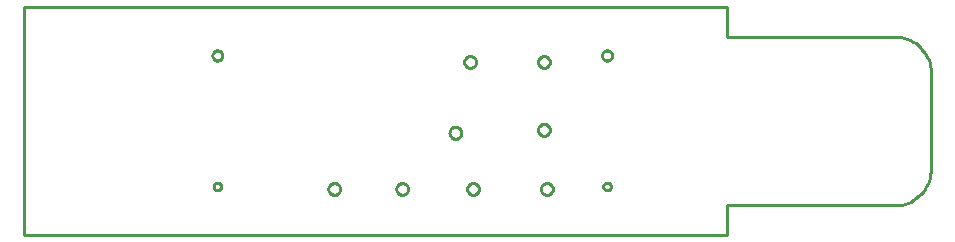
<source format=gbr>
G04 EAGLE Gerber RS-274X export*
G75*
%MOMM*%
%FSLAX34Y34*%
%LPD*%
%IN*%
%IPPOS*%
%AMOC8*
5,1,8,0,0,1.08239X$1,22.5*%
G01*
%ADD10C,0.254000*%


D10*
X-171250Y-96250D02*
X423750Y-96250D01*
X423750Y-71250D01*
X566250Y-71250D01*
X568917Y-71079D01*
X571558Y-70676D01*
X574155Y-70045D01*
X576687Y-69189D01*
X579134Y-68117D01*
X581479Y-66835D01*
X583703Y-65353D01*
X585789Y-63683D01*
X587722Y-61838D01*
X589487Y-59832D01*
X591070Y-57679D01*
X592460Y-55396D01*
X593645Y-53001D01*
X594617Y-50512D01*
X595368Y-47948D01*
X595893Y-45327D01*
X596188Y-42672D01*
X596250Y-40000D01*
X596250Y41250D01*
X596136Y43865D01*
X595794Y46459D01*
X595228Y49015D01*
X594441Y51511D01*
X593439Y53929D01*
X592231Y56250D01*
X590825Y58457D01*
X589231Y60534D01*
X587463Y62463D01*
X585534Y64231D01*
X583457Y65825D01*
X581250Y67231D01*
X578929Y68439D01*
X576511Y69441D01*
X574015Y70228D01*
X571459Y70794D01*
X568865Y71136D01*
X566250Y71250D01*
X423750Y71250D01*
X423750Y96250D01*
X-171250Y96250D01*
X-171250Y-96250D01*
X96250Y-57781D02*
X96187Y-58339D01*
X96062Y-58886D01*
X95877Y-59416D01*
X95633Y-59922D01*
X95334Y-60398D01*
X94984Y-60837D01*
X94587Y-61234D01*
X94148Y-61584D01*
X93672Y-61883D01*
X93166Y-62127D01*
X92636Y-62312D01*
X92089Y-62437D01*
X91531Y-62500D01*
X90969Y-62500D01*
X90411Y-62437D01*
X89864Y-62312D01*
X89334Y-62127D01*
X88828Y-61883D01*
X88352Y-61584D01*
X87913Y-61234D01*
X87516Y-60837D01*
X87166Y-60398D01*
X86867Y-59922D01*
X86623Y-59416D01*
X86438Y-58886D01*
X86313Y-58339D01*
X86250Y-57781D01*
X86250Y-57219D01*
X86313Y-56661D01*
X86438Y-56114D01*
X86623Y-55584D01*
X86867Y-55078D01*
X87166Y-54602D01*
X87516Y-54163D01*
X87913Y-53766D01*
X88352Y-53416D01*
X88828Y-53117D01*
X89334Y-52873D01*
X89864Y-52688D01*
X90411Y-52563D01*
X90969Y-52500D01*
X91531Y-52500D01*
X92089Y-52563D01*
X92636Y-52688D01*
X93166Y-52873D01*
X93672Y-53117D01*
X94148Y-53416D01*
X94587Y-53766D01*
X94984Y-54163D01*
X95334Y-54602D01*
X95633Y-55078D01*
X95877Y-55584D01*
X96062Y-56114D01*
X96187Y-56661D01*
X96250Y-57219D01*
X96250Y-57781D01*
X153750Y-57781D02*
X153687Y-58339D01*
X153562Y-58886D01*
X153377Y-59416D01*
X153133Y-59922D01*
X152834Y-60398D01*
X152484Y-60837D01*
X152087Y-61234D01*
X151648Y-61584D01*
X151172Y-61883D01*
X150666Y-62127D01*
X150136Y-62312D01*
X149589Y-62437D01*
X149031Y-62500D01*
X148469Y-62500D01*
X147911Y-62437D01*
X147364Y-62312D01*
X146834Y-62127D01*
X146328Y-61883D01*
X145852Y-61584D01*
X145413Y-61234D01*
X145016Y-60837D01*
X144666Y-60398D01*
X144367Y-59922D01*
X144123Y-59416D01*
X143938Y-58886D01*
X143813Y-58339D01*
X143750Y-57781D01*
X143750Y-57219D01*
X143813Y-56661D01*
X143938Y-56114D01*
X144123Y-55584D01*
X144367Y-55078D01*
X144666Y-54602D01*
X145016Y-54163D01*
X145413Y-53766D01*
X145852Y-53416D01*
X146328Y-53117D01*
X146834Y-52873D01*
X147364Y-52688D01*
X147911Y-52563D01*
X148469Y-52500D01*
X149031Y-52500D01*
X149589Y-52563D01*
X150136Y-52688D01*
X150666Y-52873D01*
X151172Y-53117D01*
X151648Y-53416D01*
X152087Y-53766D01*
X152484Y-54163D01*
X152834Y-54602D01*
X153133Y-55078D01*
X153377Y-55584D01*
X153562Y-56114D01*
X153687Y-56661D01*
X153750Y-57219D01*
X153750Y-57781D01*
X276250Y-57781D02*
X276187Y-58339D01*
X276062Y-58886D01*
X275877Y-59416D01*
X275633Y-59922D01*
X275334Y-60398D01*
X274984Y-60837D01*
X274587Y-61234D01*
X274148Y-61584D01*
X273672Y-61883D01*
X273166Y-62127D01*
X272636Y-62312D01*
X272089Y-62437D01*
X271531Y-62500D01*
X270969Y-62500D01*
X270411Y-62437D01*
X269864Y-62312D01*
X269334Y-62127D01*
X268828Y-61883D01*
X268352Y-61584D01*
X267913Y-61234D01*
X267516Y-60837D01*
X267166Y-60398D01*
X266867Y-59922D01*
X266623Y-59416D01*
X266438Y-58886D01*
X266313Y-58339D01*
X266250Y-57781D01*
X266250Y-57219D01*
X266313Y-56661D01*
X266438Y-56114D01*
X266623Y-55584D01*
X266867Y-55078D01*
X267166Y-54602D01*
X267516Y-54163D01*
X267913Y-53766D01*
X268352Y-53416D01*
X268828Y-53117D01*
X269334Y-52873D01*
X269864Y-52688D01*
X270411Y-52563D01*
X270969Y-52500D01*
X271531Y-52500D01*
X272089Y-52563D01*
X272636Y-52688D01*
X273166Y-52873D01*
X273672Y-53117D01*
X274148Y-53416D01*
X274587Y-53766D01*
X274984Y-54163D01*
X275334Y-54602D01*
X275633Y-55078D01*
X275877Y-55584D01*
X276062Y-56114D01*
X276187Y-56661D01*
X276250Y-57219D01*
X276250Y-57781D01*
X211250Y49719D02*
X211187Y49161D01*
X211062Y48614D01*
X210877Y48084D01*
X210633Y47578D01*
X210334Y47102D01*
X209984Y46663D01*
X209587Y46266D01*
X209148Y45916D01*
X208672Y45617D01*
X208166Y45373D01*
X207636Y45188D01*
X207089Y45063D01*
X206531Y45000D01*
X205969Y45000D01*
X205411Y45063D01*
X204864Y45188D01*
X204334Y45373D01*
X203828Y45617D01*
X203352Y45916D01*
X202913Y46266D01*
X202516Y46663D01*
X202166Y47102D01*
X201867Y47578D01*
X201623Y48084D01*
X201438Y48614D01*
X201313Y49161D01*
X201250Y49719D01*
X201250Y50281D01*
X201313Y50839D01*
X201438Y51386D01*
X201623Y51916D01*
X201867Y52422D01*
X202166Y52898D01*
X202516Y53337D01*
X202913Y53734D01*
X203352Y54084D01*
X203828Y54383D01*
X204334Y54627D01*
X204864Y54812D01*
X205411Y54937D01*
X205969Y55000D01*
X206531Y55000D01*
X207089Y54937D01*
X207636Y54812D01*
X208166Y54627D01*
X208672Y54383D01*
X209148Y54084D01*
X209587Y53734D01*
X209984Y53337D01*
X210334Y52898D01*
X210633Y52422D01*
X210877Y51916D01*
X211062Y51386D01*
X211187Y50839D01*
X211250Y50281D01*
X211250Y49719D01*
X273750Y49719D02*
X273687Y49161D01*
X273562Y48614D01*
X273377Y48084D01*
X273133Y47578D01*
X272834Y47102D01*
X272484Y46663D01*
X272087Y46266D01*
X271648Y45916D01*
X271172Y45617D01*
X270666Y45373D01*
X270136Y45188D01*
X269589Y45063D01*
X269031Y45000D01*
X268469Y45000D01*
X267911Y45063D01*
X267364Y45188D01*
X266834Y45373D01*
X266328Y45617D01*
X265852Y45916D01*
X265413Y46266D01*
X265016Y46663D01*
X264666Y47102D01*
X264367Y47578D01*
X264123Y48084D01*
X263938Y48614D01*
X263813Y49161D01*
X263750Y49719D01*
X263750Y50281D01*
X263813Y50839D01*
X263938Y51386D01*
X264123Y51916D01*
X264367Y52422D01*
X264666Y52898D01*
X265016Y53337D01*
X265413Y53734D01*
X265852Y54084D01*
X266328Y54383D01*
X266834Y54627D01*
X267364Y54812D01*
X267911Y54937D01*
X268469Y55000D01*
X269031Y55000D01*
X269589Y54937D01*
X270136Y54812D01*
X270666Y54627D01*
X271172Y54383D01*
X271648Y54084D01*
X272087Y53734D01*
X272484Y53337D01*
X272834Y52898D01*
X273133Y52422D01*
X273377Y51916D01*
X273562Y51386D01*
X273687Y50839D01*
X273750Y50281D01*
X273750Y49719D01*
X198750Y-10281D02*
X198687Y-10839D01*
X198562Y-11386D01*
X198377Y-11916D01*
X198133Y-12422D01*
X197834Y-12898D01*
X197484Y-13337D01*
X197087Y-13734D01*
X196648Y-14084D01*
X196172Y-14383D01*
X195666Y-14627D01*
X195136Y-14812D01*
X194589Y-14937D01*
X194031Y-15000D01*
X193469Y-15000D01*
X192911Y-14937D01*
X192364Y-14812D01*
X191834Y-14627D01*
X191328Y-14383D01*
X190852Y-14084D01*
X190413Y-13734D01*
X190016Y-13337D01*
X189666Y-12898D01*
X189367Y-12422D01*
X189123Y-11916D01*
X188938Y-11386D01*
X188813Y-10839D01*
X188750Y-10281D01*
X188750Y-9719D01*
X188813Y-9161D01*
X188938Y-8614D01*
X189123Y-8084D01*
X189367Y-7578D01*
X189666Y-7102D01*
X190016Y-6663D01*
X190413Y-6266D01*
X190852Y-5916D01*
X191328Y-5617D01*
X191834Y-5373D01*
X192364Y-5188D01*
X192911Y-5063D01*
X193469Y-5000D01*
X194031Y-5000D01*
X194589Y-5063D01*
X195136Y-5188D01*
X195666Y-5373D01*
X196172Y-5617D01*
X196648Y-5916D01*
X197087Y-6266D01*
X197484Y-6663D01*
X197834Y-7102D01*
X198133Y-7578D01*
X198377Y-8084D01*
X198562Y-8614D01*
X198687Y-9161D01*
X198750Y-9719D01*
X198750Y-10281D01*
X273750Y-7781D02*
X273687Y-8339D01*
X273562Y-8886D01*
X273377Y-9416D01*
X273133Y-9922D01*
X272834Y-10398D01*
X272484Y-10837D01*
X272087Y-11234D01*
X271648Y-11584D01*
X271172Y-11883D01*
X270666Y-12127D01*
X270136Y-12312D01*
X269589Y-12437D01*
X269031Y-12500D01*
X268469Y-12500D01*
X267911Y-12437D01*
X267364Y-12312D01*
X266834Y-12127D01*
X266328Y-11883D01*
X265852Y-11584D01*
X265413Y-11234D01*
X265016Y-10837D01*
X264666Y-10398D01*
X264367Y-9922D01*
X264123Y-9416D01*
X263938Y-8886D01*
X263813Y-8339D01*
X263750Y-7781D01*
X263750Y-7219D01*
X263813Y-6661D01*
X263938Y-6114D01*
X264123Y-5584D01*
X264367Y-5078D01*
X264666Y-4602D01*
X265016Y-4163D01*
X265413Y-3766D01*
X265852Y-3416D01*
X266328Y-3117D01*
X266834Y-2873D01*
X267364Y-2688D01*
X267911Y-2563D01*
X268469Y-2500D01*
X269031Y-2500D01*
X269589Y-2563D01*
X270136Y-2688D01*
X270666Y-2873D01*
X271172Y-3117D01*
X271648Y-3416D01*
X272087Y-3766D01*
X272484Y-4163D01*
X272834Y-4602D01*
X273133Y-5078D01*
X273377Y-5584D01*
X273562Y-6114D01*
X273687Y-6661D01*
X273750Y-7219D01*
X273750Y-7781D01*
X213750Y-57781D02*
X213687Y-58339D01*
X213562Y-58886D01*
X213377Y-59416D01*
X213133Y-59922D01*
X212834Y-60398D01*
X212484Y-60837D01*
X212087Y-61234D01*
X211648Y-61584D01*
X211172Y-61883D01*
X210666Y-62127D01*
X210136Y-62312D01*
X209589Y-62437D01*
X209031Y-62500D01*
X208469Y-62500D01*
X207911Y-62437D01*
X207364Y-62312D01*
X206834Y-62127D01*
X206328Y-61883D01*
X205852Y-61584D01*
X205413Y-61234D01*
X205016Y-60837D01*
X204666Y-60398D01*
X204367Y-59922D01*
X204123Y-59416D01*
X203938Y-58886D01*
X203813Y-58339D01*
X203750Y-57781D01*
X203750Y-57219D01*
X203813Y-56661D01*
X203938Y-56114D01*
X204123Y-55584D01*
X204367Y-55078D01*
X204666Y-54602D01*
X205016Y-54163D01*
X205413Y-53766D01*
X205852Y-53416D01*
X206328Y-53117D01*
X206834Y-52873D01*
X207364Y-52688D01*
X207911Y-52563D01*
X208469Y-52500D01*
X209031Y-52500D01*
X209589Y-52563D01*
X210136Y-52688D01*
X210666Y-52873D01*
X211172Y-53117D01*
X211648Y-53416D01*
X212087Y-53766D01*
X212484Y-54163D01*
X212834Y-54602D01*
X213133Y-55078D01*
X213377Y-55584D01*
X213562Y-56114D01*
X213687Y-56661D01*
X213750Y-57219D01*
X213750Y-57781D01*
X322463Y-52250D02*
X322885Y-52306D01*
X323297Y-52416D01*
X323691Y-52579D01*
X324059Y-52792D01*
X324397Y-53051D01*
X324699Y-53353D01*
X324958Y-53691D01*
X325171Y-54059D01*
X325334Y-54453D01*
X325444Y-54865D01*
X325500Y-55287D01*
X325500Y-55713D01*
X325444Y-56135D01*
X325334Y-56547D01*
X325171Y-56941D01*
X324958Y-57309D01*
X324699Y-57647D01*
X324397Y-57949D01*
X324059Y-58208D01*
X323691Y-58421D01*
X323297Y-58584D01*
X322885Y-58694D01*
X322463Y-58750D01*
X322037Y-58750D01*
X321615Y-58694D01*
X321203Y-58584D01*
X320809Y-58421D01*
X320441Y-58208D01*
X320103Y-57949D01*
X319801Y-57647D01*
X319542Y-57309D01*
X319329Y-56941D01*
X319166Y-56547D01*
X319056Y-56135D01*
X319000Y-55713D01*
X319000Y-55287D01*
X319056Y-54865D01*
X319166Y-54453D01*
X319329Y-54059D01*
X319542Y-53691D01*
X319801Y-53353D01*
X320103Y-53051D01*
X320441Y-52792D01*
X320809Y-52579D01*
X321203Y-52416D01*
X321615Y-52306D01*
X322037Y-52250D01*
X322463Y-52250D01*
X322529Y59750D02*
X323081Y59677D01*
X323619Y59533D01*
X324134Y59320D01*
X324616Y59041D01*
X325058Y58702D01*
X325452Y58308D01*
X325791Y57866D01*
X326070Y57384D01*
X326283Y56869D01*
X326427Y56331D01*
X326500Y55779D01*
X326500Y55221D01*
X326427Y54669D01*
X326283Y54131D01*
X326070Y53616D01*
X325791Y53134D01*
X325452Y52692D01*
X325058Y52298D01*
X324616Y51959D01*
X324134Y51680D01*
X323619Y51467D01*
X323081Y51323D01*
X322529Y51250D01*
X321971Y51250D01*
X321419Y51323D01*
X320881Y51467D01*
X320366Y51680D01*
X319884Y51959D01*
X319442Y52298D01*
X319048Y52692D01*
X318709Y53134D01*
X318430Y53616D01*
X318217Y54131D01*
X318073Y54669D01*
X318000Y55221D01*
X318000Y55779D01*
X318073Y56331D01*
X318217Y56869D01*
X318430Y57384D01*
X318709Y57866D01*
X319048Y58308D01*
X319442Y58702D01*
X319884Y59041D01*
X320366Y59320D01*
X320881Y59533D01*
X321419Y59677D01*
X321971Y59750D01*
X322529Y59750D01*
X-7537Y-52250D02*
X-7115Y-52306D01*
X-6703Y-52416D01*
X-6309Y-52579D01*
X-5941Y-52792D01*
X-5603Y-53051D01*
X-5301Y-53353D01*
X-5042Y-53691D01*
X-4829Y-54059D01*
X-4666Y-54453D01*
X-4556Y-54865D01*
X-4500Y-55287D01*
X-4500Y-55713D01*
X-4556Y-56135D01*
X-4666Y-56547D01*
X-4829Y-56941D01*
X-5042Y-57309D01*
X-5301Y-57647D01*
X-5603Y-57949D01*
X-5941Y-58208D01*
X-6309Y-58421D01*
X-6703Y-58584D01*
X-7115Y-58694D01*
X-7537Y-58750D01*
X-7963Y-58750D01*
X-8385Y-58694D01*
X-8797Y-58584D01*
X-9191Y-58421D01*
X-9559Y-58208D01*
X-9897Y-57949D01*
X-10199Y-57647D01*
X-10458Y-57309D01*
X-10671Y-56941D01*
X-10834Y-56547D01*
X-10944Y-56135D01*
X-11000Y-55713D01*
X-11000Y-55287D01*
X-10944Y-54865D01*
X-10834Y-54453D01*
X-10671Y-54059D01*
X-10458Y-53691D01*
X-10199Y-53353D01*
X-9897Y-53051D01*
X-9559Y-52792D01*
X-9191Y-52579D01*
X-8797Y-52416D01*
X-8385Y-52306D01*
X-7963Y-52250D01*
X-7537Y-52250D01*
X-7471Y59750D02*
X-6919Y59677D01*
X-6381Y59533D01*
X-5866Y59320D01*
X-5384Y59041D01*
X-4942Y58702D01*
X-4548Y58308D01*
X-4209Y57866D01*
X-3930Y57384D01*
X-3717Y56869D01*
X-3573Y56331D01*
X-3500Y55779D01*
X-3500Y55221D01*
X-3573Y54669D01*
X-3717Y54131D01*
X-3930Y53616D01*
X-4209Y53134D01*
X-4548Y52692D01*
X-4942Y52298D01*
X-5384Y51959D01*
X-5866Y51680D01*
X-6381Y51467D01*
X-6919Y51323D01*
X-7471Y51250D01*
X-8029Y51250D01*
X-8581Y51323D01*
X-9119Y51467D01*
X-9634Y51680D01*
X-10116Y51959D01*
X-10558Y52298D01*
X-10952Y52692D01*
X-11291Y53134D01*
X-11570Y53616D01*
X-11783Y54131D01*
X-11927Y54669D01*
X-12000Y55221D01*
X-12000Y55779D01*
X-11927Y56331D01*
X-11783Y56869D01*
X-11570Y57384D01*
X-11291Y57866D01*
X-10952Y58308D01*
X-10558Y58702D01*
X-10116Y59041D01*
X-9634Y59320D01*
X-9119Y59533D01*
X-8581Y59677D01*
X-8029Y59750D01*
X-7471Y59750D01*
M02*

</source>
